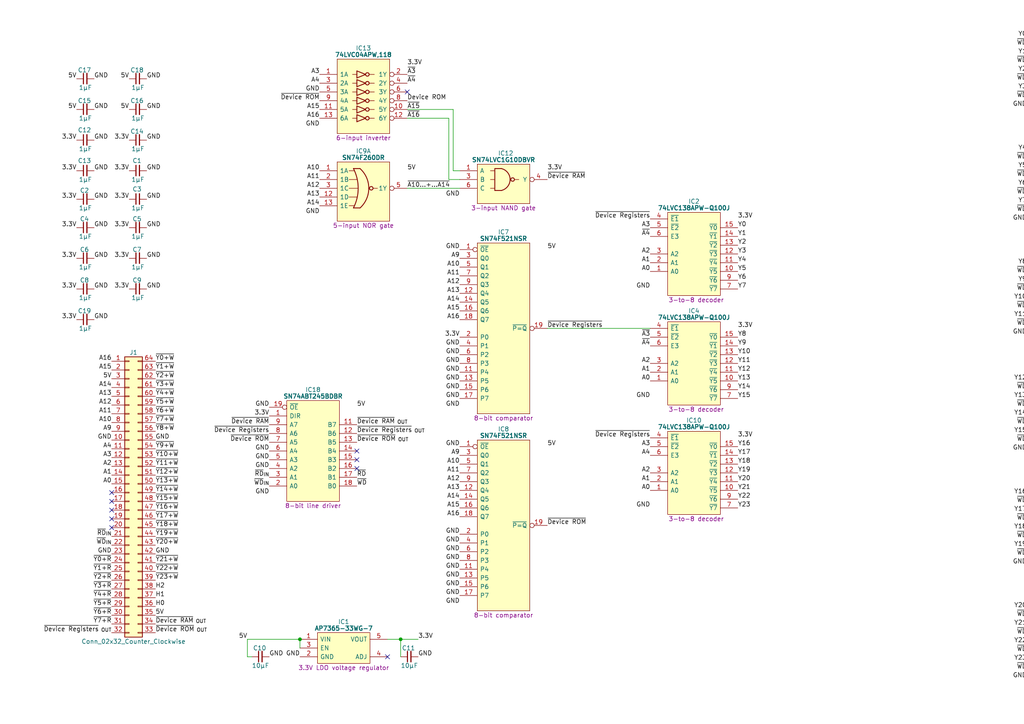
<source format=kicad_sch>
(kicad_sch (version 20230121) (generator eeschema)
  (paper "A4")
  (title_block (title "Device Address Decode") (date "2023-10-07") (rev "V0"))
  (lib_symbols
    (symbol "Connector_Generic:Conn_02x32_Counter_Clockwise" (pin_names (offset 1.016) hide)
      (property "Reference" "J" (at 1.27 40.64 0))
      (property "Value" "Conn_02x32_Counter_Clockwise" (at 1.27 -43.18 0))
      (symbol "Conn_02x32_Counter_Clockwise_1_1"
        (pin passive line (at -5.08 38.1 0) (length 3.81) (name "Pin_1") (number "1"))
        (pin passive line (at -5.08 15.24 0) (length 3.81) (name "Pin_10") (number "10"))
        (pin passive line (at -5.08 12.7 0) (length 3.81) (name "Pin_11") (number "11"))
        (pin passive line (at -5.08 10.16 0) (length 3.81) (name "Pin_12") (number "12"))
        (pin passive line (at -5.08 7.62 0) (length 3.81) (name "Pin_13") (number "13"))
        (pin passive line (at -5.08 5.08 0) (length 3.81) (name "Pin_14") (number "14"))
        (pin passive line (at -5.08 2.54 0) (length 3.81) (name "Pin_15") (number "15"))
        (pin passive line (at -5.08 0 0) (length 3.81) (name "Pin_16") (number "16"))
        (pin passive line (at -5.08 -2.54 0) (length 3.81) (name "Pin_17") (number "17"))
        (pin passive line (at -5.08 -5.08 0) (length 3.81) (name "Pin_18") (number "18"))
        (pin passive line (at -5.08 -7.62 0) (length 3.81) (name "Pin_19") (number "19"))
        (pin passive line (at -5.08 35.56 0) (length 3.81) (name "Pin_2") (number "2"))
        (pin passive line (at -5.08 -10.16 0) (length 3.81) (name "Pin_20") (number "20"))
        (pin passive line (at -5.08 -12.7 0) (length 3.81) (name "Pin_21") (number "21"))
        (pin passive line (at -5.08 -15.24 0) (length 3.81) (name "Pin_22") (number "22"))
        (pin passive line (at -5.08 -17.78 0) (length 3.81) (name "Pin_23") (number "23"))
        (pin passive line (at -5.08 -20.32 0) (length 3.81) (name "Pin_24") (number "24"))
        (pin passive line (at -5.08 -22.86 0) (length 3.81) (name "Pin_25") (number "25"))
        (pin passive line (at -5.08 -25.4 0) (length 3.81) (name "Pin_26") (number "26"))
        (pin passive line (at -5.08 -27.94 0) (length 3.81) (name "Pin_27") (number "27"))
        (pin passive line (at -5.08 -30.48 0) (length 3.81) (name "Pin_28") (number "28"))
        (pin passive line (at -5.08 -33.02 0) (length 3.81) (name "Pin_29") (number "29"))
        (pin passive line (at -5.08 33.02 0) (length 3.81) (name "Pin_3") (number "3"))
        (pin passive line (at -5.08 -35.56 0) (length 3.81) (name "Pin_30") (number "30"))
        (pin passive line (at -5.08 -38.1 0) (length 3.81) (name "Pin_31") (number "31"))
        (pin passive line (at -5.08 -40.64 0) (length 3.81) (name "Pin_32") (number "32"))
        (pin passive line (at 7.62 -40.64 180) (length 3.81) (name "Pin_33") (number "33"))
        (pin passive line (at 7.62 -38.1 180) (length 3.81) (name "Pin_34") (number "34"))
        (pin passive line (at 7.62 -35.56 180) (length 3.81) (name "Pin_35") (number "35"))
        (pin passive line (at 7.62 -33.02 180) (length 3.81) (name "Pin_36") (number "36"))
        (pin passive line (at 7.62 -30.48 180) (length 3.81) (name "Pin_37") (number "37"))
        (pin passive line (at 7.62 -27.94 180) (length 3.81) (name "Pin_38") (number "38"))
        (pin passive line (at 7.62 -25.4 180) (length 3.81) (name "Pin_39") (number "39"))
        (pin passive line (at -5.08 30.48 0) (length 3.81) (name "Pin_4") (number "4"))
        (pin passive line (at 7.62 -22.86 180) (length 3.81) (name "Pin_40") (number "40"))
        (pin passive line (at 7.62 -20.32 180) (length 3.81) (name "Pin_41") (number "41"))
        (pin passive line (at 7.62 -17.78 180) (length 3.81) (name "Pin_42") (number "42"))
        (pin passive line (at 7.62 -15.24 180) (length 3.81) (name "Pin_43") (number "43"))
        (pin passive line (at 7.62 -12.7 180) (length 3.81) (name "Pin_44") (number "44"))
        (pin passive line (at 7.62 -10.16 180) (length 3.81) (name "Pin_45") (number "45"))
        (pin passive line (at 7.62 -7.62 180) (length 3.81) (name "Pin_46") (number "46"))
        (pin passive line (at 7.62 -5.08 180) (length 3.81) (name "Pin_47") (number "47"))
        (pin passive line (at 7.62 -2.54 180) (length 3.81) (name "Pin_48") (number "48"))
        (pin passive line (at 7.62 0 180) (length 3.81) (name "Pin_49") (number "49"))
        (pin passive line (at -5.08 27.94 0) (length 3.81) (name "Pin_5") (number "5"))
        (pin passive line (at 7.62 2.54 180) (length 3.81) (name "Pin_50") (number "50"))
        (pin passive line (at 7.62 5.08 180) (length 3.81) (name "Pin_51") (number "51"))
        (pin passive line (at 7.62 7.62 180) (length 3.81) (name "Pin_52") (number "52"))
        (pin passive line (at 7.62 10.16 180) (length 3.81) (name "Pin_53") (number "53"))
        (pin passive line (at 7.62 12.7 180) (length 3.81) (name "Pin_54") (number "54"))
        (pin passive line (at 7.62 15.24 180) (length 3.81) (name "Pin_55") (number "55"))
        (pin passive line (at 7.62 17.78 180) (length 3.81) (name "Pin_56") (number "56"))
        (pin passive line (at 7.62 20.32 180) (length 3.81) (name "Pin_57") (number "57"))
        (pin passive line (at 7.62 22.86 180) (length 3.81) (name "Pin_58") (number "58"))
        (pin passive line (at 7.62 25.4 180) (length 3.81) (name "Pin_59") (number "59"))
        (pin passive line (at -5.08 25.4 0) (length 3.81) (name "Pin_6") (number "6"))
        (pin passive line (at 7.62 27.94 180) (length 3.81) (name "Pin_60") (number "60"))
        (pin passive line (at 7.62 30.48 180) (length 3.81) (name "Pin_61") (number "61"))
        (pin passive line (at 7.62 33.02 180) (length 3.81) (name "Pin_62") (number "62"))
        (pin passive line (at 7.62 35.56 180) (length 3.81) (name "Pin_63") (number "63"))
        (pin passive line (at 7.62 38.1 180) (length 3.81) (name "Pin_64") (number "64"))
        (pin passive line (at -5.08 22.86 0) (length 3.81) (name "Pin_7") (number "7"))
        (pin passive line (at -5.08 20.32 0) (length 3.81) (name "Pin_8") (number "8"))
        (pin passive line (at -5.08 17.78 0) (length 3.81) (name "Pin_9") (number "9"))
      )
    )
    (symbol "Device:NetTie_2" (pin_numbers hide) (pin_names (offset 0) hide) (in_bom no)
      (property "Reference" "NT" (at 0 1.27 0))
      (property "Value" "NetTie_2" (at 0 -1.27 0))
      (symbol "NetTie_2_1_1"
        (pin passive line (at -2.54 0 0) (length 2.54) (name "1") (number "1"))
        (pin passive line (at 2.54 0 180) (length 2.54) (name "2") (number "2"))
      )
    )
    (symbol "Diodes_Inc:AP7365-33WG-7" (pin_names (offset 0.762))
      (property "Reference" "IC" (at 12.7 5.08 0))
      (property "Value" "AP7365-33WG-7" (at 12.7 3.175 0))
      (property "Description" "3.3V LDO voltage regulator" (at 12.7 -8.255 0))
      (symbol "AP7365-33WG-7_0_0"
        (pin passive line (at 0 0 0) (length 5.08) (name "VIN") (number "1"))
        (pin passive line (at 0 -5.08 0) (length 5.08) (name "GND") (number "2"))
        (pin input line (at 0 -2.54 0) (length 5.08) (name "EN") (number "3"))
        (pin passive line (at 25.4 -5.08 180) (length 5.08) (name "ADJ") (number "4"))
        (pin passive line (at 25.4 0 180) (length 5.08) (name "VOUT") (number "5"))
      )
    )
    (symbol "HCP65:C_0805" (pin_numbers hide) (pin_names (offset 0.254) hide)
      (property "Reference" "C" (at 2.286 2.54 0))
      (property "Value" "?μF" (at 2.54 -2.54 0))
      (symbol "C_0805_1_1"
        (pin passive line (at 0 0 0) (length 2.032) (name "~") (number "1"))
        (pin passive line (at 5.08 0 180) (length 2.032) (name "~") (number "2"))
      )
    )
    (symbol "Nexperia:74LVC02APW,118" (pin_names (offset 0.762))
      (property "Reference" "IC" (at 12.7 6.35 0))
      (property "Value" "74LVC02APW,118" (at 12.7 4.445 0))
      (property "Description" "2-Input NOR gate" (at 12.7 -23.495 0))
      (symbol "74LVC02APW,118_0_0"
        (pin input line (at 0 0 0) (length 5.08) (name "1A") (number "1"))
        (pin input line (at 0 -12.7 0) (length 5.08) (name "3B") (number "10"))
        (pin output inverted (at 25.4 -16.51 180) (length 5.08) (name "4Y") (number "11"))
        (pin input line (at 0 -15.24 0) (length 5.08) (name "4A") (number "12"))
        (pin input line (at 0 -17.78 0) (length 5.08) (name "4B") (number "13"))
        (pin passive line (at 25.4 1.27 180) (length 5.08) hide (name "3V") (number "14"))
        (pin input line (at 0 -2.54 0) (length 5.08) (name "1B") (number "2"))
        (pin output inverted (at 25.4 -1.27 180) (length 5.08) (name "1Y") (number "3"))
        (pin input line (at 0 -5.08 0) (length 5.08) (name "2A") (number "4"))
        (pin input line (at 0 -7.62 0) (length 5.08) (name "2B") (number "5"))
        (pin output inverted (at 25.4 -6.35 180) (length 5.08) (name "2Y") (number "6"))
        (pin passive line (at 0 -20.32 0) (length 5.08) hide (name "GND") (number "7"))
        (pin output inverted (at 25.4 -11.43 180) (length 5.08) (name "3Y") (number "8"))
        (pin input line (at 0 -10.16 0) (length 5.08) (name "3A") (number "9"))
      )
    )
    (symbol "Nexperia:74LVC04APW,118" (pin_names (offset 0.762))
      (property "Reference" "IC" (at 12.7 7.62 0))
      (property "Value" "74LVC04APW,118" (at 12.7 5.715 0))
      (property "Description" "6-input inverter" (at 12.7 -18.415 0))
      (symbol "74LVC04APW,118_0_0"
        (pin input line (at 0 0 0) (length 5.08) (name "1A") (number "1"))
        (pin output inverted (at 25.4 -10.16 180) (length 5.08) (name "5Y") (number "10"))
        (pin input line (at 0 -10.16 0) (length 5.08) (name "5A") (number "11"))
        (pin output inverted (at 25.4 -12.7 180) (length 5.08) (name "6Y") (number "12"))
        (pin input line (at 0 -12.7 0) (length 5.08) (name "6A") (number "13"))
        (pin passive line (at 25.4 2.54 180) (length 5.08) hide (name "3V") (number "14"))
        (pin output inverted (at 25.4 0 180) (length 5.08) (name "1Y") (number "2"))
        (pin input line (at 0 -2.54 0) (length 5.08) (name "2A") (number "3"))
        (pin output inverted (at 25.4 -2.54 180) (length 5.08) (name "2Y") (number "4"))
        (pin input line (at 0 -5.08 0) (length 5.08) (name "3A") (number "5"))
        (pin output inverted (at 25.4 -5.08 180) (length 5.08) (name "3Y") (number "6"))
        (pin passive line (at 0 -15.24 0) (length 5.08) hide (name "GND") (number "7"))
        (pin output inverted (at 25.4 -7.62 180) (length 5.08) (name "4Y") (number "8"))
        (pin input line (at 0 -7.62 0) (length 5.08) (name "4A") (number "9"))
      )
    )
    (symbol "Nexperia:74LVC138APW-Q100J" (pin_names (offset 0.762))
      (property "Reference" "IC" (at 12.7 3.175 0))
      (property "Value" "74LVC138APW-Q100J" (at 12.7 1.27 0))
      (property "Description" "3-to-8 decoder" (at 13.335 -25.4 0))
      (symbol "74LVC138APW-Q100J_0_0"
        (pin input line (at 0 -17.145 0) (length 5.08) (name "A0") (number "1"))
        (pin output line (at 25.4 -17.145 180) (length 5.08) (name "~{Y5}") (number "10"))
        (pin output line (at 25.4 -14.605 180) (length 5.08) (name "~{Y4}") (number "11"))
        (pin output line (at 25.4 -12.065 180) (length 5.08) (name "~{Y3}") (number "12"))
        (pin output line (at 25.4 -9.525 180) (length 5.08) (name "~{Y2}") (number "13"))
        (pin output line (at 25.4 -6.985 180) (length 5.08) (name "~{Y1}") (number "14"))
        (pin output line (at 25.4 -4.445 180) (length 5.08) (name "~{Y0}") (number "15"))
        (pin passive line (at 25.4 -1.905 180) (length 5.08) hide (name "3V") (number "16"))
        (pin input line (at 0 -14.605 0) (length 5.08) (name "A1") (number "2"))
        (pin input line (at 0 -12.065 0) (length 5.08) (name "A2") (number "3"))
        (pin input line (at 0 -1.905 0) (length 5.08) (name "~{E1}") (number "4"))
        (pin input line (at 0 -4.445 0) (length 5.08) (name "~{E2}") (number "5"))
        (pin input line (at 0 -6.985 0) (length 5.08) (name "E3") (number "6"))
        (pin output line (at 25.4 -22.225 180) (length 5.08) (name "~{Y7}") (number "7"))
        (pin passive line (at 0 -22.225 0) (length 5.08) hide (name "GND") (number "8"))
        (pin output line (at 25.4 -19.685 180) (length 5.08) (name "~{Y6}") (number "9"))
      )
    )
    (symbol "Texas_Instruments:SN74ABT245BDBR" (pin_names (offset 0.762))
      (property "Reference" "IC" (at 12.7 5.08 0))
      (property "Value" "SN74ABT245BDBR" (at 12.7 3.175 0))
      (property "Description" "8-bit line driver" (at 12.7 -28.575 0))
      (symbol "SN74ABT245BDBR_0_0"
        (pin input line (at 0 -2.54 0) (length 5.08) (name "DIR") (number "1"))
        (pin passive line (at 0 -25.4 0) (length 5.08) hide (name "GND") (number "10"))
        (pin tri_state line (at 25.4 -5.08 180) (length 5.08) (name "B7") (number "11"))
        (pin tri_state line (at 25.4 -7.62 180) (length 5.08) (name "B6") (number "12"))
        (pin tri_state line (at 25.4 -10.16 180) (length 5.08) (name "B5") (number "13"))
        (pin tri_state line (at 25.4 -12.7 180) (length 5.08) (name "B4") (number "14"))
        (pin tri_state line (at 25.4 -15.24 180) (length 5.08) (name "B3") (number "15"))
        (pin tri_state line (at 25.4 -17.78 180) (length 5.08) (name "B2") (number "16"))
        (pin tri_state line (at 25.4 -20.32 180) (length 5.08) (name "B1") (number "17"))
        (pin tri_state line (at 25.4 -22.86 180) (length 5.08) (name "B0") (number "18"))
        (pin input inverted (at 0 0 0) (length 5.08) (name "~{OE}") (number "19"))
        (pin tri_state line (at 0 -22.86 0) (length 5.08) (name "A0") (number "2"))
        (pin passive line (at 25.4 0 180) (length 5.08) hide (name "5V") (number "20"))
        (pin tri_state line (at 0 -20.32 0) (length 5.08) (name "A1") (number "3"))
        (pin tri_state line (at 0 -17.78 0) (length 5.08) (name "A2") (number "4"))
        (pin tri_state line (at 0 -15.24 0) (length 5.08) (name "A3") (number "5"))
        (pin tri_state line (at 0 -12.7 0) (length 5.08) (name "A4") (number "6"))
        (pin tri_state line (at 0 -10.16 0) (length 5.08) (name "A5") (number "7"))
        (pin tri_state line (at 0 -7.62 0) (length 5.08) (name "A6") (number "8"))
        (pin tri_state line (at 0 -5.08 0) (length 5.08) (name "A7") (number "9"))
      )
    )
    (symbol "Texas_Instruments:SN74F260DR_Multi" (pin_names (offset 0.762))
      (property "Reference" "IC" (at 12.7 5.715 0))
      (property "Value" "SN74F260DR" (at 12.7 3.81 0))
      (property "Description" "5-input NOR gate" (at 12.7 -15.875 0))
      (symbol "SN74F260DR_Multi_0_0"
        (pin passive line (at 25.4 0 180) (length 5.08) hide (name "5V") (number "14"))
        (pin passive line (at 0 -12.7 0) (length 5.08) hide (name "GND") (number "7"))
      )
      (symbol "SN74F260DR_Multi_1_0"
        (pin input line (at 0 0 0) (length 5.08) (name "1A") (number "1"))
        (pin input line (at 0 -7.62 0) (length 5.08) (name "1D") (number "12"))
        (pin input line (at 0 -10.16 0) (length 5.08) (name "1E") (number "13"))
        (pin input line (at 0 -2.54 0) (length 5.08) (name "1B") (number "2"))
        (pin input line (at 0 -5.08 0) (length 5.08) (name "1C") (number "3"))
        (pin output inverted (at 25.4 -5.08 180) (length 5.08) (name "1Y") (number "5"))
      )
      (symbol "SN74F260DR_Multi_2_0"
        (pin input line (at 0 -7.62 0) (length 5.08) (name "2D") (number "10"))
        (pin input line (at 0 -10.16 0) (length 5.08) (name "2E") (number "11"))
        (pin input line (at 0 0 0) (length 5.08) (name "2A") (number "4"))
        (pin output inverted (at 25.4 -5.08 180) (length 5.08) (name "2Y") (number "6"))
        (pin input line (at 0 -2.54 0) (length 5.08) (name "2B") (number "8"))
        (pin input line (at 0 -5.08 0) (length 5.08) (name "2C") (number "9"))
      )
    )
    (symbol "Texas_Instruments:SN74F521NSR" (pin_names (offset 0.762))
      (property "Reference" "IC" (at 12.7 5.08 0))
      (property "Value" "SN74F521NSR" (at 12.7 3.175 0))
      (property "Description" "8-bit comparator" (at 12.7 -48.895 0))
      (symbol "SN74F521NSR_0_0"
        (pin input inverted (at 0 0 0) (length 5.08) (name "~{OE}") (number "1"))
        (pin input line (at 0 -35.56 0) (length 5.08) (name "P4") (number "11"))
        (pin input line (at 0 -12.7 0) (length 5.08) (name "Q4") (number "12"))
        (pin input line (at 0 -38.1 0) (length 5.08) (name "P5") (number "13"))
        (pin input line (at 0 -15.24 0) (length 5.08) (name "Q5") (number "14"))
        (pin input line (at 0 -40.64 0) (length 5.08) (name "P6") (number "15"))
        (pin input line (at 0 -17.78 0) (length 5.08) (name "Q6") (number "16"))
        (pin input line (at 0 -43.18 0) (length 5.08) (name "P7") (number "17"))
        (pin input line (at 0 -20.32 0) (length 5.08) (name "Q7") (number "18"))
        (pin output inverted (at 25.4 -22.86 180) (length 5.08) (name "~{P=Q}") (number "19"))
        (pin input line (at 0 -25.4 0) (length 5.08) (name "P0") (number "2"))
        (pin input line (at 0 -2.54 0) (length 5.08) (name "Q0") (number "3"))
        (pin input line (at 0 -27.94 0) (length 5.08) (name "P1") (number "4"))
        (pin input line (at 0 -5.08 0) (length 5.08) (name "Q1") (number "5"))
        (pin input line (at 0 -30.48 0) (length 5.08) (name "P2") (number "6"))
        (pin input line (at 0 -7.62 0) (length 5.08) (name "Q2") (number "7"))
        (pin input line (at 0 -33.02 0) (length 5.08) (name "P3") (number "8"))
        (pin input line (at 0 -10.16 0) (length 5.08) (name "Q3") (number "9"))
      )
      (symbol "SN74F521NSR_1_0"
        (pin passive line (at 0 -45.72 0) (length 5.08) hide (name "GND") (number "10"))
        (pin passive line (at 25.4 0 180) (length 5.08) hide (name "5V") (number "20"))
      )
    )
    (symbol "Texas_Instruments:SN74LVC1G10DBVR" (pin_names (offset 0.762))
      (property "Reference" "IC" (at 13.335 5.08 0))
      (property "Value" "SN74LVC1G10DBVR" (at 12.7 3.175 0))
      (property "Description" "3-input NAND gate" (at 12.7 -10.795 0))
      (symbol "SN74LVC1G10DBVR_0_0"
        (pin input line (at 0 0 0) (length 5.08) (name "A") (number "1"))
        (pin passive line (at 0 -7.62 0) (length 5.08) hide (name "GND") (number "2"))
        (pin input line (at 0 -2.54 0) (length 5.08) (name "B") (number "3"))
        (pin passive line (at 25.4 0 180) (length 5.08) hide (name "3V") (number "5"))
        (pin input line (at 0 -5.08 0) (length 5.08) (name "C") (number "6"))
      )
      (symbol "SN74LVC1G10DBVR_1_0"
        (pin input inverted (at 25.4 -2.54 180) (length 5.08) (name "Y") (number "4"))
      )
    )
  )
  (junction (at 86.995 185.42))
  (junction (at 116.205 185.42))
  (no_connect (at 118.11 26.67))
  (no_connect (at 103.505 130.81))
  (no_connect (at 32.385 153.035))
  (no_connect (at 103.505 133.35))
  (no_connect (at 112.395 190.5))
  (no_connect (at 32.385 150.495))
  (no_connect (at 32.385 142.875))
  (no_connect (at 32.385 147.955))
  (no_connect (at 103.505 135.89))
  (no_connect (at 32.385 145.415))
  (no_connect (at 142.875 243.84))
  (wire (pts (xy 116.205 190.5) (xy 116.205 185.42)))
  (wire (pts (xy 118.11 54.61) (xy 133.35 54.61)))
  (wire (pts (xy 71.755 185.42) (xy 86.995 185.42)))
  (wire (pts (xy 86.995 185.42) (xy 86.995 187.96)))
  (wire (pts (xy 130.175 52.07) (xy 133.35 52.07)))
  (wire (pts (xy 131.445 49.53) (xy 131.445 31.75)))
  (wire (pts (xy 118.11 34.29) (xy 130.175 34.29)))
  (wire (pts (xy 130.175 34.29) (xy 130.175 52.07)))
  (wire (pts (xy 112.395 185.42) (xy 116.205 185.42)))
  (wire (pts (xy 158.75 95.25) (xy 188.595 95.25)))
  (wire (pts (xy 71.755 185.42) (xy 71.755 190.5)))
  (wire (pts (xy 131.445 31.75) (xy 118.11 31.75)))
  (wire (pts (xy 133.35 49.53) (xy 131.445 49.53)))
  (wire (pts (xy 71.755 190.5) (xy 73.025 190.5)))
  (wire (pts (xy 116.205 185.42) (xy 121.285 185.42)))
  (label "3.3V" (at 37.465 40.64 180))
  (label "3.3V" (at 213.995 95.25 0))
  (label "~{WD}" (at 297.815 123.19 180))
  (label "Y22" (at 297.815 186.69 180))
  (label "~{WD}" (at 297.815 128.27 180))
  (label "Y22" (at 213.995 144.78 0))
  (label "A3" (at 92.71 21.59 180))
  (label "GND" (at 92.71 26.67 180))
  (label "Y7" (at 213.995 83.82 0))
  (label "GND" (at 42.545 49.53 0))
  (label "A2" (at 32.385 135.255 180))
  (label "~{WD}" (at 297.815 51.435 180))
  (label "GND" (at 188.595 115.57 180))
  (label "~{Y1+W}" (at 45.085 107.315 0))
  (label "GND" (at 92.71 36.83 180))
  (label "~{Y16+W}" (at 323.215 144.78 0))
  (label "~{Y3+R}" (at 363.855 27.305 0))
  (label "Y13" (at 213.995 110.49 0))
  (label "GND" (at -10.795 227.965 180))
  (label "~{RD}" (at 338.455 23.495 180))
  (label "GND" (at 117.475 251.46 180))
  (label "~{Device ROM}" (at 158.75 152.4 0))
  (label "~{Y5+W}" (at 45.085 117.475 0))
  (label "A12" (at 133.35 82.55 180))
  (label "GND" (at 27.305 74.93 0))
  (label "~{Y0+W}" (at 323.215 12.065 0))
  (label "5V" (at 142.875 238.76 0))
  (label "Y0" (at 297.815 10.795 180))
  (label "Y10" (at 297.815 86.995 180))
  (label "~{RD}" (at 338.455 46.355 180))
  (label "3.3V" (at 37.465 57.785 180))
  (label "~{Y16+W}" (at 45.085 147.955 0))
  (label "GND" (at 78.105 118.11 180))
  (label "~{WD}_{IN}" (at 32.385 158.115 180))
  (label "~{Y0+W}" (at 45.085 104.775 0))
  (label "~{WD}" (at 297.815 18.415 180))
  (label "A1" (at 188.595 139.7 180))
  (label "A9" (at 133.35 132.08 180))
  (label "~{A3}" (at 118.11 21.59 0))
  (label "A16" (at 133.35 149.86 180))
  (label "A3" (at 32.385 132.715 180))
  (label "GND" (at 133.35 110.49 180))
  (label "GND" (at 117.475 248.92 180))
  (label "3.3V" (at 213.995 63.5 0))
  (label "~{A4}" (at 188.595 100.33 180))
  (label "GND" (at 133.35 72.39 180))
  (label "GND" (at 297.815 163.83 180))
  (label "Y21" (at 213.995 142.24 0))
  (label "~{Device ROM}" (at 92.71 29.21 180))
  (label "5V" (at 103.505 118.11 0))
  (label "~{Y0+R}" (at 363.855 12.065 0))
  (label "~{Y17+W}" (at 45.085 150.495 0))
  (label "~{WD}" (at 297.815 94.615 180))
  (label "~{Device RAM}" (at 158.75 52.07 0))
  (label "~{Device RAM}_{ OUT}" (at 45.085 180.975 0))
  (label "Y2" (at 213.995 71.12 0))
  (label "A16" (at 92.71 34.29 180))
  (label "GND" (at 121.285 190.5 0))
  (label "~{Device RAM}_{ OUT}" (at 103.505 123.19 0))
  (label "GND" (at 42.545 22.86 0))
  (label "~{WD}" (at 297.815 194.31 180))
  (label "Y13" (at 297.815 115.57 180))
  (label "GND" (at 133.35 107.95 180))
  (label "A4" (at 32.385 130.175 180))
  (label "3.3V" (at 158.75 49.53 0))
  (label "Y5" (at 338.455 48.895 180))
  (label "~{RD}" (at 338.455 28.575 180))
  (label "A14" (at 133.35 144.78 180))
  (label "~{Device ROM}" (at 78.105 128.27 180))
  (label "Y19" (at 297.815 158.75 180))
  (label "~{Y1+R}" (at 32.385 165.735 180))
  (label "GND" (at 297.815 130.81 180))
  (label "~{Y20+W}" (at 45.085 158.115 0))
  (label "3.3V" (at 323.215 75.565 0))
  (label "GND" (at 42.545 40.64 0))
  (label "Y15" (at 297.815 125.73 180))
  (label "Y6" (at 338.455 53.975 180))
  (label "GND" (at 117.475 246.38 180))
  (label "3.3V" (at 22.225 83.82 180))
  (label "3.3V" (at 323.215 42.545 0))
  (label "~{WD}" (at 297.815 61.595 180))
  (label "~{RD}" (at 338.455 61.595 180))
  (label "~{Y4+R}" (at 363.855 45.085 0))
  (label "A13" (at 133.35 85.09 180))
  (label "Y14" (at 213.995 113.03 0))
  (label "~{Y8+W}" (at 45.085 125.095 0))
  (label "~{Device Registers}" (at 188.595 127 180))
  (label "Y4" (at 213.995 76.2 0))
  (label "A10" (at 133.35 134.62 180))
  (label "A13" (at 92.71 57.15 180))
  (label "3.3V" (at 22.225 66.04 180))
  (label "~{Device RAM}" (at 78.105 123.19 180))
  (label "~{WD}" (at 297.815 118.11 180))
  (label "Y3" (at 213.995 73.66 0))
  (label "~{A4}" (at 188.595 68.58 180))
  (label "H0" (at -5.715 219.075 0))
  (label "~{WD}" (at 297.815 146.05 180))
  (label "GND" (at 297.815 31.115 180))
  (label "Y10" (at 213.995 102.87 0))
  (label "5V" (at 158.75 129.54 0))
  (label "~{Y13+W}" (at 45.085 140.335 0))
  (label "GND" (at 133.35 105.41 180))
  (label "A2" (at 188.595 73.66 180))
  (label "~{Y4+W}" (at 323.215 45.085 0))
  (label "A4" (at 92.71 24.13 180))
  (label "~{Y2+R}" (at 363.855 22.225 0))
  (label "A13" (at 32.385 114.935 180))
  (label "Y4" (at 338.455 43.815 180))
  (label "GND" (at 78.105 190.5 0))
  (label "A0" (at 32.385 140.335 180))
  (label "5V" (at 71.755 185.42 180))
  (label "3.3V" (at 323.215 175.26 0))
  (label "~{WD}" (at 297.815 113.03 180))
  (label "~{RD}" (at 103.505 138.43 0))
  (label "~{Y7+R}" (at 363.855 60.325 0))
  (label "GND" (at 133.35 170.18 180))
  (label "GND" (at 133.35 167.64 180))
  (label "~{Device Registers}" (at 78.105 125.73 180))
  (label "Y20" (at 297.815 176.53 180))
  (label "~{Y9+W}" (at 323.215 83.185 0))
  (label "A15" (at 92.71 31.75 180))
  (label "~{Y19+W}" (at 323.215 160.02 0))
  (label "~{Y21+W}" (at 323.215 182.88 0))
  (label "~{Y21+W}" (at 45.085 163.195 0))
  (label "~{A16}" (at 118.11 34.29 0))
  (label "A16" (at 133.35 92.71 180))
  (label "3.3V" (at 118.11 19.05 0))
  (label "~{Y18+W}" (at 323.215 154.94 0))
  (label "Y4" (at 297.815 43.815 180))
  (label "Y6" (at 213.995 81.28 0))
  (label "Y12" (at 213.995 107.95 0))
  (label "~{Y6+R}" (at 32.385 178.435 180))
  (label "Device ROM" (at 118.11 29.21 0))
  (label "GND" (at 42.545 83.82 0))
  (label "GND" (at 27.305 92.71 0))
  (label "~{Y3+W}" (at 323.215 27.305 0))
  (label "Y5" (at 213.995 78.74 0))
  (label "Y20" (at 213.995 139.7 0))
  (label "~{Y3+R}" (at 32.385 170.815 180))
  (label "3.3V" (at 22.225 74.93 180))
  (label "A11" (at 92.71 52.07 180))
  (label "~{WD}" (at 297.815 13.335 180))
  (label "GND" (at 86.995 190.5 180))
  (label "GND" (at 338.455 64.135 180))
  (label "3.3V" (at 22.225 57.785 180))
  (label "GND" (at 92.71 62.23 180))
  (label "A1" (at 32.385 137.795 180))
  (label "~{Y6+W}" (at 45.085 120.015 0))
  (label "Y16" (at 213.995 129.54 0))
  (label "~{WD}" (at 297.815 89.535 180))
  (label "GND" (at 27.305 83.82 0))
  (label "~{RD}" (at 338.455 18.415 180))
  (label "Y23" (at 297.815 191.77 180))
  (label "GND" (at 42.545 66.04 0))
  (label "GND" (at 27.305 40.64 0))
  (label "3.3V" (at 323.215 142.24 0))
  (label "Y23" (at 213.995 147.32 0))
  (label "GND" (at 45.085 160.655 0))
  (label "GND" (at 78.105 133.35 180))
  (label "Device ROM" (at -10.795 223.52 180))
  (label "Y19" (at 213.995 137.16 0))
  (label "~{WD}" (at 297.815 184.15 180))
  (label "~{Y2+W}" (at 45.085 109.855 0))
  (label "~{Device Registers}_{ OUT}" (at 32.385 183.515 180))
  (label "5V" (at 32.385 109.855 180))
  (label "~{Y6+W}" (at 323.215 55.245 0))
  (label "~{WD}" (at 297.815 23.495 180))
  (label "GND" (at 78.105 135.89 180))
  (label "~{WD}" (at 297.815 28.575 180))
  (label "GND" (at 117.475 238.76 180))
  (label "~{Y12+W}" (at 45.085 137.795 0))
  (label "GND" (at 27.305 49.53 0))
  (label "GND" (at 338.455 31.115 180))
  (label "~{A3}" (at 188.595 97.79 180))
  (label "A2" (at 188.595 105.41 180))
  (label "~{RD}_{IN}" (at 32.385 155.575 180))
  (label "GND" (at 133.35 113.03 180))
  (label "GND" (at 27.305 22.86 0))
  (label "~{Device ROM}_{ OUT}" (at 45.085 183.515 0))
  (label "GND" (at 133.35 160.02 180))
  (label "5V" (at 22.225 22.86 180))
  (label "A10" (at 133.35 77.47 180))
  (label "A0" (at 188.595 110.49 180))
  (label "~{Y22+W}" (at 45.085 165.735 0))
  (label "~{WD}" (at 297.815 84.455 180))
  (label "GND" (at 45.085 127.635 0))
  (label "~{Y7+R}" (at 32.385 180.975 180))
  (label "Y9" (at 297.815 81.915 180))
  (label "~{Y7+W}" (at 323.215 60.325 0))
  (label "3.3V" (at 363.855 9.525 0))
  (label "Y2" (at 297.815 20.955 180))
  (label "~{A4}" (at 118.11 24.13 0))
  (label "GND" (at 117.475 241.3 180))
  (label "GND" (at 117.475 243.84 180))
  (label "~{Device Registers}_{ OUT}" (at 103.505 125.73 0))
  (label "~{Device ROM}_{ OUT}" (at 103.505 128.27 0))
  (label "~{Y3+W}" (at 45.085 112.395 0))
  (label "A1" (at 188.595 76.2 180))
  (label "A12" (at 133.35 139.7 180))
  (label "~{WD}" (at 103.505 140.97 0))
  (label "A11" (at 32.385 120.015 180))
  (label "A9" (at 32.385 125.095 180))
  (label "A15" (at 32.385 107.315 180))
  (label "5V" (at 37.465 22.86 180))
  (label "A13" (at 133.35 142.24 180))
  (label "~{Y5+R}" (at 363.855 50.165 0))
  (label "A14" (at 92.71 59.69 180))
  (label "~{Y5+R}" (at 32.385 175.895 180))
  (label "3.3V" (at 37.465 83.82 180))
  (label "~{Y14+W}" (at 323.215 121.92 0))
  (label "GND" (at 133.35 175.26 180))
  (label "~{Y8+W}" (at 323.215 78.105 0))
  (label "GND" (at 133.35 157.48 180))
  (label "GND" (at 297.815 97.155 180))
  (label "5V" (at 118.11 49.53 0))
  (label "A14" (at 32.385 112.395 180))
  (label "~{Y6+R}" (at 363.855 55.245 0))
  (label "A2" (at 188.595 137.16 180))
  (label "3.3V" (at 363.855 42.545 0))
  (label "~{RD}_{IN}" (at 78.105 138.43 180))
  (label "3.3V" (at 37.465 66.04 180))
  (label "A12" (at 32.385 117.475 180))
  (label "Y11" (at 297.815 92.075 180))
  (label "~{WD}" (at 297.815 156.21 180))
  (label "Y0" (at 213.995 66.04 0))
  (label "A4" (at 188.595 132.08 180))
  (label "5V" (at 158.75 72.39 0))
  (label "H2" (at 45.085 170.815 0))
  (label "Y16" (at 297.815 143.51 180))
  (label "3.3V" (at 323.215 9.525 0))
  (label "3.3V" (at 323.215 109.22 0))
  (label "GND" (at 78.105 143.51 180))
  (label "GND" (at 133.35 172.72 180))
  (label "~{Y10+W}" (at 323.215 88.265 0))
  (label "GND" (at 133.35 57.15 180))
  (label "GND" (at 32.385 160.655 180))
  (label "H0" (at 45.085 175.895 0))
  (label "GND" (at 133.35 100.33 180))
  (label "~{WD}" (at 297.815 79.375 180))
  (label "Y15" (at 213.995 115.57 0))
  (label "A3" (at 188.595 66.04 180))
  (label "3.3V" (at -10.795 219.075 180))
  (label "Y7" (at 297.815 59.055 180))
  (label "3.3V" (at 37.465 49.53 180))
  (label "~{Y20+W}" (at 323.215 177.8 0))
  (label "3.3V" (at 22.225 40.64 180))
  (label "~{WD}" (at 297.815 161.29 180))
  (label "A10" (at 32.385 122.555 180))
  (label "~{Y1+W}" (at 323.215 17.145 0))
  (label "Y2" (at 338.455 20.955 180))
  (label "3.3V" (at 121.285 185.42 0))
  (label "~{Device Registers}" (at 158.75 95.25 0))
  (label "A11" (at 133.35 80.01 180))
  (label "A15" (at 133.35 90.17 180))
  (label "~{Y12+W}" (at 323.215 111.76 0))
  (label "~{Y1+R}" (at 363.855 17.145 0))
  (label "A11" (at 133.35 137.16 180))
  (label "~{Y13+W}" (at 323.215 116.84 0))
  (label "3.3V" (at 22.225 49.53 180))
  (label "3.3V" (at 37.465 74.93 180))
  (label "GND" (at 133.35 154.94 180))
  (label "GND" (at 32.385 127.635 180))
  (label "~{RD}" (at 338.455 56.515 180))
  (label "Y5" (at 297.815 48.895 180))
  (label "~{Y7+W}" (at 45.085 122.555 0))
  (label "5V" (at 45.085 178.435 0))
  (label "~{Y15+W}" (at 323.215 127 0))
  (label "GND" (at 27.305 66.04 0))
  (label "A10" (at 92.71 49.53 180))
  (label "~{RD}" (at 338.455 51.435 180))
  (label "GND" (at 188.595 83.82 180))
  (label "GND" (at 133.35 162.56 180))
  (label "~{Device Registers}" (at 188.595 63.5 180))
  (label "A0" (at 188.595 78.74 180))
  (label "3.3V" (at 22.225 92.71 180))
  (label "Y18" (at 213.995 134.62 0))
  (label "~{A15}" (at 118.11 31.75 0))
  (label "GND" (at 297.815 64.135 180))
  (label "~{Y19+W}" (at 45.085 155.575 0))
  (label "A14" (at 133.35 87.63 180))
  (label "~{Y2+W}" (at 323.215 22.225 0))
  (label "GND" (at 27.305 31.75 0))
  (label "3.3V" (at 213.995 127 0))
  (label "Y11" (at 213.995 105.41 0))
  (label "GND" (at 42.545 31.75 0))
  (label "3.3V" (at 78.105 120.65 180))
  (label "GND" (at 133.35 129.54 180))
  (label "~{Y5+W}" (at 323.215 50.165 0))
  (label "GND" (at 133.35 102.87 180))
  (label "Y1" (at 213.995 68.58 0))
  (label "~{Y15+W}" (at 45.085 145.415 0))
  (label "GND" (at 42.545 74.93 0))
  (label "~{Y14+W}" (at 45.085 142.875 0))
  (label "Y8" (at 297.815 76.835 180))
  (label "H2" (at -5.715 227.965 0))
  (label "~{Y4+R}" (at 32.385 173.355 180))
  (label "GND" (at 297.815 196.85 180))
  (label "GND" (at 133.35 165.1 180))
  (label "~{A10...+...A14}" (at 118.11 54.61 0))
  (label "Y6" (at 297.815 53.975 180))
  (label "GND" (at 78.105 130.81 180))
  (label "~{WD}_{IN}" (at 78.105 140.97 180))
  (label "5V" (at 37.465 31.75 180))
  (label "A16" (at 32.385 104.775 180))
  (label "3.3V" (at 133.35 97.79 180))
  (label "H1" (at 45.085 173.355 0))
  (label "Y12" (at 297.815 110.49 180))
  (label "GND" (at 188.595 147.32 180))
  (label "Y1" (at 338.455 15.875 180))
  (label "Y21" (at 297.815 181.61 180))
  (label "GND" (at 133.35 118.11 180))
  (label "Y8" (at 213.995 97.79 0))
  (label "~{Y2+R}" (at 32.385 168.275 180))
  (label "~{WD}" (at 297.815 46.355 180))
  (label "5V" (at 22.225 31.75 180))
  (label "Y18" (at 297.815 153.67 180))
  (label "A12" (at 92.71 54.61 180))
  (label "A3" (at 188.595 129.54 180))
  (label "~{Y22+W}" (at 323.215 187.96 0))
  (label "~{Y17+W}" (at 323.215 149.86 0))
  (label "Y14" (at 297.815 120.65 180))
  (label "Y9" (at 213.995 100.33 0))
  (label "~{Y11+W}" (at 45.085 135.255 0))
  (label "A9" (at 133.35 74.93 180))
  (label "H1" (at -5.715 223.52 0))
  (label "Y17" (at 297.815 148.59 180))
  (label "~{WD}" (at 297.815 189.23 180))
  (label "Y17" (at 213.995 132.08 0))
  (label "~{Y0+R}" (at 32.385 163.195 180))
  (label "Y0" (at 338.455 10.795 180))
  (label "~{Y23+W}" (at 323.215 193.04 0))
  (label "GND" (at 133.35 115.57 180))
  (label "~{WD}" (at 297.815 151.13 180))
  (label "~{Y18+W}" (at 45.085 153.035 0))
  (label "~{WD}" (at 297.815 179.07 180))
  (label "~{RD}" (at 338.455 13.335 180))
  (label "A0" (at 188.595 142.24 180))
  (label "GND" (at 42.545 57.785 0))
  (label "A15" (at 133.35 147.32 180))
  (label "~{Y4+W}" (at 45.085 114.935 0))
  (label "~{Y11+W}" (at 323.215 93.345 0))
  (label "A1" (at 188.595 107.95 180))
  (label "Y7" (at 338.455 59.055 180))
  (label "Y1" (at 297.815 15.875 180))
  (label "~{Y23+W}" (at 45.085 168.275 0))
  (label "Y3" (at 297.815 26.035 180))
  (label "GND" (at 27.305 57.785 0))
  (label "~{Y9+W}" (at 45.085 130.175 0))
  (label "~{Y10+W}" (at 45.085 132.715 0))
  (label "Y3" (at 338.455 26.035 180))
  (label "~{WD}" (at 297.815 56.515 180))
  (symbol (lib_id "Texas_Instruments:SN74F260DR_Multi") (at 92.71 49.53 0) (unit 1)
    (property "Reference" "IC9" (at 105.41 43.815 0))
    (property "Value" "SN74F260DR" (at 105.41 45.72 0) (effects (font bold)))
    (property "Footprint" "SOIC127P600X175-14N" (effects hide))
    (property "Datasheet" "http://www.ti.com/lit/gpn/sn74f260" (effects hide))
    (property "Description" "5-input NOR gate" (at 105.41 65.405 0))
    (property "Height" "1.75" (effects hide))
    (property "Manufacturer_Name" "Texas Instruments" (effects hide))
    (property "Manufacturer_Part_Number" "SN74F260DR" (effects hide))
    (property "Mouser Part Number" "595-SN74F260DR" (effects hide))
    (property "Mouser Price/Stock" "https://www.mouser.co.uk/ProductDetail/Texas-Instruments/SN74F260DR/?qs=mE33ZKBHyE5zqwy%252BVxgoBQ%3D%3D" (effects hide))
    (property "Silkscreen" "74F260" (effects hide))
  )
  (symbol (lib_id "Device:NetTie_2") (at -8.255 227.965 0) (unit 1) (in_bom no)
    (property "Reference" "NT3" (at -8.255 226.695 0))
    (property "Value" "NetTie_2" (at -8.255 229.235 0))
    (property "Footprint" "NetTie:NetTie-2_SMD_Pad0.5mm" (effects hide))
  )
  (symbol (lib_id "HCP65:C_0805") (at 22.225 74.93 0) (unit 1)
    (property "Reference" "C6" (at 24.511 72.39 0))
    (property "Value" "1μF" (at 24.765 77.47 0))
    (property "Footprint" "SamacSys_Parts:C_0805" (effects hide))
  )
  (symbol (lib_id "Texas_Instruments:SN74F260DR_Multi") (at 117.475 238.76 0) (unit 2)
    (property "Reference" "IC9" (at 130.175 233.045 0))
    (property "Value" "SN74F260DR" (at 130.175 234.95 0) (effects (font bold)))
    (property "Footprint" "SOIC127P600X175-14N" (effects hide))
    (property "Datasheet" "http://www.ti.com/lit/gpn/sn74f260" (effects hide))
    (property "Description" "5-input NOR gate" (at 130.175 254.635 0))
    (property "Height" "1.75" (effects hide))
    (property "Manufacturer_Name" "Texas Instruments" (effects hide))
    (property "Manufacturer_Part_Number" "SN74F260DR" (effects hide))
    (property "Mouser Part Number" "595-SN74F260DR" (effects hide))
    (property "Mouser Price/Stock" "https://www.mouser.co.uk/ProductDetail/Texas-Instruments/SN74F260DR/?qs=mE33ZKBHyE5zqwy%252BVxgoBQ%3D%3D" (effects hide))
    (property "Silkscreen" "74F260" (effects hide))
  )
  (symbol (lib_id "Nexperia:74LVC02APW,118") (at 297.815 76.835 0) (unit 1)
    (property "Reference" "IC6" (at 310.515 70.485 0))
    (property "Value" "74LVC02APW,118" (at 310.515 72.39 0) (effects (font bold)))
    (property "Footprint" "SOP65P640X110-14N" (effects hide))
    (property "Datasheet" "https://assets.nexperia.com/documents/data-sheet/74LVC02A.pdf" (effects hide))
    (property "Description" "2-Input NOR gate" (at 310.515 100.33 0))
    (property "Height" "1.1" (effects hide))
    (property "Mouser Part Number" "771-74LVC02APW-T" (effects hide))
    (property "Mouser Price/Stock" "https://www.mouser.co.uk/ProductDetail/Nexperia/74LVC02APW118?qs=me8TqzrmIYX6VnwIC2vA2w%3D%3D" (effects hide))
    (property "Manufacturer_Name" "Nexperia" (effects hide))
    (property "Manufacturer_Part_Number" "74LVC02APW,118" (effects hide))
    (property "Silkscreen" "74LVC02APW" (effects hide))
  )
  (symbol (lib_id "Nexperia:74LVC02APW,118") (at 297.815 43.815 0) (unit 1)
    (property "Reference" "IC5" (at 310.515 37.465 0))
    (property "Value" "74LVC02APW,118" (at 310.515 39.37 0) (effects (font bold)))
    (property "Footprint" "SOP65P640X110-14N" (effects hide))
    (property "Datasheet" "https://assets.nexperia.com/documents/data-sheet/74LVC02A.pdf" (effects hide))
    (property "Description" "2-Input NOR gate" (at 310.515 67.31 0))
    (property "Height" "1.1" (effects hide))
    (property "Mouser Part Number" "771-74LVC02APW-T" (effects hide))
    (property "Mouser Price/Stock" "https://www.mouser.co.uk/ProductDetail/Nexperia/74LVC02APW118?qs=me8TqzrmIYX6VnwIC2vA2w%3D%3D" (effects hide))
    (property "Manufacturer_Name" "Nexperia" (effects hide))
    (property "Manufacturer_Part_Number" "74LVC02APW,118" (effects hide))
    (property "Silkscreen" "74LVC02APW" (effects hide))
  )
  (symbol (lib_id "HCP65:C_0805") (at 37.465 40.64 0) (unit 1)
    (property "Reference" "C14" (at 39.751 38.1 0))
    (property "Value" "1μF" (at 40.005 43.18 0))
    (property "Footprint" "SamacSys_Parts:C_0805" (effects hide))
  )
  (symbol (lib_id "HCP65:C_0805") (at 37.465 22.86 0) (unit 1)
    (property "Reference" "C18" (at 39.751 20.32 0))
    (property "Value" "1μF" (at 40.005 25.4 0))
    (property "Footprint" "SamacSys_Parts:C_0805" (effects hide))
  )
  (symbol (lib_id "Nexperia:74LVC02APW,118") (at 338.455 43.815 0) (unit 1)
    (property "Reference" "IC17" (at 351.155 37.465 0))
    (property "Value" "74LVC02APW,118" (at 351.155 39.37 0) (effects (font bold)))
    (property "Footprint" "SOP65P640X110-14N" (effects hide))
    (property "Datasheet" "https://assets.nexperia.com/documents/data-sheet/74LVC02A.pdf" (effects hide))
    (property "Description" "2-Input NOR gate" (at 351.155 67.31 0))
    (property "Height" "1.1" (effects hide))
    (property "Mouser Part Number" "771-74LVC02APW-T" (effects hide))
    (property "Mouser Price/Stock" "https://www.mouser.co.uk/ProductDetail/Nexperia/74LVC02APW118?qs=me8TqzrmIYX6VnwIC2vA2w%3D%3D" (effects hide))
    (property "Manufacturer_Name" "Nexperia" (effects hide))
    (property "Manufacturer_Part_Number" "74LVC02APW,118" (effects hide))
    (property "Silkscreen" "74LVC02APW" (effects hide))
  )
  (symbol (lib_id "HCP65:C_0805") (at 37.465 83.82 0) (unit 1)
    (property "Reference" "C9" (at 39.751 81.28 0))
    (property "Value" "1μF" (at 40.005 86.36 0))
    (property "Footprint" "SamacSys_Parts:C_0805" (effects hide))
  )
  (symbol (lib_id "Nexperia:74LVC02APW,118") (at 297.815 110.49 0) (unit 1)
    (property "Reference" "IC11" (at 310.515 104.14 0))
    (property "Value" "74LVC02APW,118" (at 310.515 106.045 0) (effects (font bold)))
    (property "Footprint" "SOP65P640X110-14N" (effects hide))
    (property "Datasheet" "https://assets.nexperia.com/documents/data-sheet/74LVC02A.pdf" (effects hide))
    (property "Description" "2-Input NOR gate" (at 310.515 133.985 0))
    (property "Height" "1.1" (effects hide))
    (property "Mouser Part Number" "771-74LVC02APW-T" (effects hide))
    (property "Mouser Price/Stock" "https://www.mouser.co.uk/ProductDetail/Nexperia/74LVC02APW118?qs=me8TqzrmIYX6VnwIC2vA2w%3D%3D" (effects hide))
    (property "Manufacturer_Name" "Nexperia" (effects hide))
    (property "Manufacturer_Part_Number" "74LVC02APW,118" (effects hide))
    (property "Silkscreen" "74LVC02APW" (effects hide))
  )
  (symbol (lib_id "HCP65:C_0805") (at 22.225 31.75 0) (unit 1)
    (property "Reference" "C15" (at 24.511 29.21 0))
    (property "Value" "1μF" (at 24.765 34.29 0))
    (property "Footprint" "SamacSys_Parts:C_0805" (effects hide))
  )
  (symbol (lib_id "HCP65:C_0805") (at 22.225 40.64 0) (unit 1)
    (property "Reference" "C12" (at 24.511 37.719 0))
    (property "Value" "1μF" (at 24.765 43.18 0))
    (property "Footprint" "SamacSys_Parts:C_0805" (effects hide))
  )
  (symbol (lib_id "Nexperia:74LVC02APW,118") (at 338.455 10.795 0) (unit 1)
    (property "Reference" "IC16" (at 351.155 4.445 0))
    (property "Value" "74LVC02APW,118" (at 351.155 6.35 0) (effects (font bold)))
    (property "Footprint" "SOP65P640X110-14N" (effects hide))
    (property "Datasheet" "https://assets.nexperia.com/documents/data-sheet/74LVC02A.pdf" (effects hide))
    (property "Description" "2-Input NOR gate" (at 351.155 34.29 0))
    (property "Height" "1.1" (effects hide))
    (property "Mouser Part Number" "771-74LVC02APW-T" (effects hide))
    (property "Mouser Price/Stock" "https://www.mouser.co.uk/ProductDetail/Nexperia/74LVC02APW118?qs=me8TqzrmIYX6VnwIC2vA2w%3D%3D" (effects hide))
    (property "Manufacturer_Name" "Nexperia" (effects hide))
    (property "Manufacturer_Part_Number" "74LVC02APW,118" (effects hide))
    (property "Silkscreen" "74LVC02APW" (effects hide))
  )
  (symbol (lib_id "HCP65:C_0805") (at 22.225 49.53 0) (unit 1)
    (property "Reference" "C13" (at 24.511 46.609 0))
    (property "Value" "1μF" (at 24.765 52.07 0))
    (property "Footprint" "SamacSys_Parts:C_0805" (effects hide))
  )
  (symbol (lib_id "Device:NetTie_2") (at -8.255 223.52 0) (unit 1) (in_bom no)
    (property "Reference" "NT2" (at -8.255 222.25 0))
    (property "Value" "NetTie_2" (at -8.255 224.79 0))
    (property "Footprint" "NetTie:NetTie-2_SMD_Pad0.5mm" (effects hide))
  )
  (symbol (lib_id "Nexperia:74LVC138APW-Q100J") (at 188.595 61.595 0) (unit 1)
    (property "Reference" "IC2" (at 201.295 58.42 0))
    (property "Value" "74LVC138APW-Q100J" (at 201.295 60.325 0) (effects (font bold)))
    (property "Footprint" "SOP65P640X110-16N" (effects hide))
    (property "Datasheet" "https://assets.nexperia.com/documents/data-sheet/74LVC138A_Q100.pdf" (effects hide))
    (property "Description" "3-to-8 decoder" (at 201.93 86.995 0))
    (property "Height" "1.1" (effects hide))
    (property "Mouser Part Number" "771-74LVC138APWQ100J" (effects hide))
    (property "Mouser Price/Stock" "https://www.mouser.co.uk/ProductDetail/Nexperia/74LVC138APW-Q100J?qs=fi7yB2oewZnXKE82xo%252BhJQ%3D%3D" (effects hide))
    (property "Manufacturer_Name" "Nexperia" (effects hide))
    (property "Manufacturer_Part_Number" "74LVC138APW-Q100J" (effects hide))
    (property "Silkscreen" "74LVC138" (effects hide))
  )
  (symbol (lib_id "HCP65:C_0805") (at 37.465 49.53 0) (unit 1)
    (property "Reference" "C1" (at 39.751 46.609 0))
    (property "Value" "1μF" (at 40.005 52.07 0))
    (property "Footprint" "SamacSys_Parts:C_0805" (effects hide))
  )
  (symbol (lib_id "HCP65:C_0805") (at 37.465 57.785 0) (unit 1)
    (property "Reference" "C3" (at 39.751 54.864 0))
    (property "Value" "1μF" (at 40.005 60.325 0))
    (property "Footprint" "SamacSys_Parts:C_0805" (effects hide))
  )
  (symbol (lib_id "HCP65:C_0805") (at 73.025 190.5 0) (unit 1)
    (property "Reference" "C10" (at 75.311 187.96 0))
    (property "Value" "10µF" (at 73.025 193.04 0) (effects (justify left)))
    (property "Footprint" "SamacSys_Parts:C_0805" (effects hide))
  )
  (symbol (lib_id "HCP65:C_0805") (at 22.225 57.785 0) (unit 1)
    (property "Reference" "C2" (at 24.511 55.245 0))
    (property "Value" "1μF" (at 24.765 60.325 0))
    (property "Footprint" "SamacSys_Parts:C_0805" (effects hide))
  )
  (symbol (lib_id "Nexperia:74LVC138APW-Q100J") (at 188.595 93.345 0) (unit 1)
    (property "Reference" "IC4" (at 201.295 90.17 0))
    (property "Value" "74LVC138APW-Q100J" (at 201.295 92.075 0) (effects (font bold)))
    (property "Footprint" "SOP65P640X110-16N" (effects hide))
    (property "Datasheet" "https://assets.nexperia.com/documents/data-sheet/74LVC138A_Q100.pdf" (effects hide))
    (property "Description" "3-to-8 decoder" (at 201.93 118.745 0))
    (property "Height" "1.1" (effects hide))
    (property "Mouser Part Number" "771-74LVC138APWQ100J" (effects hide))
    (property "Mouser Price/Stock" "https://www.mouser.co.uk/ProductDetail/Nexperia/74LVC138APW-Q100J?qs=fi7yB2oewZnXKE82xo%252BhJQ%3D%3D" (effects hide))
    (property "Manufacturer_Name" "Nexperia" (effects hide))
    (property "Manufacturer_Part_Number" "74LVC138APW-Q100J" (effects hide))
    (property "Silkscreen" "74LVC138" (effects hide))
  )
  (symbol (lib_id "HCP65:C_0805") (at 22.225 22.86 0) (unit 1)
    (property "Reference" "C17" (at 24.511 20.32 0))
    (property "Value" "1μF" (at 24.765 25.4 0))
    (property "Footprint" "SamacSys_Parts:C_0805" (effects hide))
  )
  (symbol (lib_id "Nexperia:74LVC04APW,118") (at 92.71 21.59 0) (unit 1)
    (property "Reference" "IC13" (at 105.41 13.97 0))
    (property "Value" "74LVC04APW,118" (at 105.41 15.875 0) (effects (font bold)))
    (property "Footprint" "SOP65P640X110-14N" (effects hide))
    (property "Datasheet" "https://assets.nexperia.com/documents/data-sheet/74LVC04A.pdf" (effects hide))
    (property "Description" "6-input inverter" (at 105.41 40.005 0))
    (property "Height" "1.1" (effects hide))
    (property "Manufacturer_Name" "Nexperia" (effects hide))
    (property "Manufacturer_Part_Number" "74LVC04APW,118" (effects hide))
    (property "Mouser Part Number" "771-74LVC04APW-T" (effects hide))
    (property "Mouser Price/Stock" "https://www.mouser.co.uk/ProductDetail/Nexperia/74LVC04APW118?qs=me8TqzrmIYUA5zXidd9%2F4g%3D%3D" (effects hide))
    (property "Silkscreen" "74LVC04APW" (effects hide))
  )
  (symbol (lib_id "HCP65:C_0805") (at 37.465 31.75 0) (unit 1)
    (property "Reference" "C16" (at 39.751 29.21 0))
    (property "Value" "1μF" (at 40.005 34.29 0))
    (property "Footprint" "SamacSys_Parts:C_0805" (effects hide))
  )
  (symbol (lib_id "Texas_Instruments:SN74F521NSR") (at 133.35 72.39 0) (unit 1)
    (property "Reference" "IC7" (at 146.05 67.31 0))
    (property "Value" "SN74F521NSR" (at 146.05 69.215 0) (effects (font bold)))
    (property "Footprint" "SOIC127P780X200-20N" (effects hide))
    (property "Datasheet" "http://www.ti.com/lit/gpn/sn74f521" (effects hide))
    (property "Description" "8-bit comparator" (at 146.05 121.285 0))
    (property "Height" "2" (effects hide))
    (property "Mouser Part Number" "595-SN74F521NSR" (effects hide))
    (property "Mouser Price/Stock" "https://www.mouser.co.uk/ProductDetail/Texas-Instruments/SN74F521NSR?qs=mE33ZKBHyE6KJhInhzfN1g%3D%3D" (effects hide))
    (property "Manufacturer_Name" "Texas Instruments" (effects hide))
    (property "Manufacturer_Part_Number" "SN74F521NSR" (effects hide))
    (property "Silkscreen" "74F521" (effects hide))
  )
  (symbol (lib_id "Diodes_Inc:AP7365-33WG-7") (at 86.995 185.42 0) (unit 1)
    (property "Reference" "IC1" (at 99.695 180.34 0))
    (property "Value" "AP7365-33WG-7" (at 99.695 182.245 0) (effects (font bold)))
    (property "Footprint" "SOT95P285X130-5N" (effects hide))
    (property "Datasheet" "https://componentsearchengine.com/Datasheets/1/AP7365-33WG-7.pdf" (effects hide))
    (property "Description" "3.3V LDO voltage regulator" (at 99.695 193.675 0))
    (property "Height" "1.3" (effects hide))
    (property "Manufacturer_Name" "Diodes Inc." (effects hide))
    (property "Manufacturer_Part_Number" "AP7365-33WG-7" (effects hide))
    (property "Mouser Part Number" "621-AP7365-33WG-7" (effects hide))
    (property "Mouser Price/Stock" "https://www.mouser.co.uk/ProductDetail/Diodes-Incorporated/AP7365-33WG-7?qs=abZ1nkZpTuOZFvxvoFPL0w%3D%3D" (effects hide))
    (property "Arrow Part Number" "AP7365-33WG-7" (effects hide))
    (property "Arrow Price/Stock" "https://www.arrow.com/en/products/ap7365-33wg-7/diodes-incorporated?region=nac" (effects hide))
    (property "Silkscreen" "AP7365" (effects hide))
  )
  (symbol (lib_id "HCP65:C_0805") (at 37.465 74.93 0) (unit 1)
    (property "Reference" "C7" (at 39.751 72.39 0))
    (property "Value" "1μF" (at 40.005 77.47 0))
    (property "Footprint" "SamacSys_Parts:C_0805" (effects hide))
  )
  (symbol (lib_id "Nexperia:74LVC02APW,118") (at 297.815 143.51 0) (unit 1)
    (property "Reference" "IC14" (at 310.515 137.16 0))
    (property "Value" "74LVC02APW,118" (at 310.515 139.065 0) (effects (font bold)))
    (property "Footprint" "SOP65P640X110-14N" (effects hide))
    (property "Datasheet" "https://assets.nexperia.com/documents/data-sheet/74LVC02A.pdf" (effects hide))
    (property "Description" "2-Input NOR gate" (at 310.515 167.005 0))
    (property "Height" "1.1" (effects hide))
    (property "Mouser Part Number" "771-74LVC02APW-T" (effects hide))
    (property "Mouser Price/Stock" "https://www.mouser.co.uk/ProductDetail/Nexperia/74LVC02APW118?qs=me8TqzrmIYX6VnwIC2vA2w%3D%3D" (effects hide))
    (property "Manufacturer_Name" "Nexperia" (effects hide))
    (property "Manufacturer_Part_Number" "74LVC02APW,118" (effects hide))
    (property "Silkscreen" "74LVC02APW" (effects hide))
  )
  (symbol (lib_id "Nexperia:74LVC02APW,118") (at 297.815 10.795 0) (unit 1)
    (property "Reference" "IC3" (at 310.515 4.445 0))
    (property "Value" "74LVC02APW,118" (at 310.515 6.35 0) (effects (font bold)))
    (property "Footprint" "SOP65P640X110-14N" (effects hide))
    (property "Datasheet" "https://assets.nexperia.com/documents/data-sheet/74LVC02A.pdf" (effects hide))
    (property "Description" "2-Input NOR gate" (at 310.515 34.29 0))
    (property "Height" "1.1" (effects hide))
    (property "Mouser Part Number" "771-74LVC02APW-T" (effects hide))
    (property "Mouser Price/Stock" "https://www.mouser.co.uk/ProductDetail/Nexperia/74LVC02APW118?qs=me8TqzrmIYX6VnwIC2vA2w%3D%3D" (effects hide))
    (property "Manufacturer_Name" "Nexperia" (effects hide))
    (property "Manufacturer_Part_Number" "74LVC02APW,118" (effects hide))
    (property "Silkscreen" "74LVC02APW" (effects hide))
  )
  (symbol (lib_id "HCP65:C_0805") (at 116.205 190.5 0) (unit 1)
    (property "Reference" "C11" (at 118.491 187.96 0))
    (property "Value" "10µF" (at 116.205 193.04 0) (effects (justify left)))
    (property "Footprint" "SamacSys_Parts:C_0805" (effects hide))
  )
  (symbol (lib_id "Connector_Generic:Conn_02x32_Counter_Clockwise") (at 37.465 142.875 0) (unit 1)
    (property "Reference" "J1" (at 38.735 102.235 0))
    (property "Value" "Conn_02x32_Counter_Clockwise" (at 38.735 186.055 0))
    (property "Footprint" "SamacSys_Parts:DIP-64_Board_W22.86mm" (effects hide))
  )
  (symbol (lib_id "HCP65:C_0805") (at 37.465 66.04 0) (unit 1)
    (property "Reference" "C5" (at 39.751 63.5 0))
    (property "Value" "1μF" (at 40.005 68.58 0))
    (property "Footprint" "SamacSys_Parts:C_0805" (effects hide))
  )
  (symbol (lib_id "HCP65:C_0805") (at 22.225 92.71 0) (unit 1)
    (property "Reference" "C19" (at 24.511 90.17 0))
    (property "Value" "1μF" (at 24.765 95.25 0))
    (property "Footprint" "SamacSys_Parts:C_0805" (effects hide))
  )
  (symbol (lib_id "Nexperia:74LVC02APW,118") (at 297.815 176.53 0) (unit 1)
    (property "Reference" "IC15" (at 310.515 170.18 0))
    (property "Value" "74LVC02APW,118" (at 310.515 172.085 0) (effects (font bold)))
    (property "Footprint" "SOP65P640X110-14N" (effects hide))
    (property "Datasheet" "https://assets.nexperia.com/documents/data-sheet/74LVC02A.pdf" (effects hide))
    (property "Description" "2-Input NOR gate" (at 310.515 200.025 0))
    (property "Height" "1.1" (effects hide))
    (property "Mouser Part Number" "771-74LVC02APW-T" (effects hide))
    (property "Mouser Price/Stock" "https://www.mouser.co.uk/ProductDetail/Nexperia/74LVC02APW118?qs=me8TqzrmIYX6VnwIC2vA2w%3D%3D" (effects hide))
    (property "Manufacturer_Name" "Nexperia" (effects hide))
    (property "Manufacturer_Part_Number" "74LVC02APW,118" (effects hide))
    (property "Silkscreen" "74LVC02APW" (effects hide))
  )
  (symbol (lib_id "HCP65:C_0805") (at 22.225 66.04 0) (unit 1)
    (property "Reference" "C4" (at 24.511 63.5 0))
    (property "Value" "1μF" (at 24.765 68.58 0))
    (property "Footprint" "SamacSys_Parts:C_0805" (effects hide))
  )
  (symbol (lib_id "Texas_Instruments:SN74ABT245BDBR") (at 78.105 118.11 0) (unit 1)
    (property "Reference" "IC18" (at 90.805 113.03 0))
    (property "Value" "SN74ABT245BDBR" (at 90.805 114.935 0) (effects (font bold)))
    (property "Footprint" "SOP65P780X200-20N" (effects hide))
    (property "Datasheet" "http://www.ti.com/lit/gpn/sn74abt245b" (effects hide))
    (property "Description" "8-bit line driver" (at 90.805 146.685 0))
    (property "Height" "2" (effects hide))
    (property "Manufacturer_Name" "Texas Instruments" (effects hide))
    (property "Manufacturer_Part_Number" "SN74ABT245BDBR" (effects hide))
    (property "Mouser Part Number" "595-SN74ABT245BDBR" (effects hide))
    (property "Mouser Price/Stock" "https://www.mouser.co.uk/ProductDetail/Texas-Instruments/SN74ABT245BDBR?qs=5nGYs9Do7G0kvriH65mtcg%3D%3D" (effects hide))
    (property "Silkscreen" "74ABT245" (effects hide))
  )
  (symbol (lib_id "HCP65:C_0805") (at 22.225 83.82 0) (unit 1)
    (property "Reference" "C8" (at 24.511 81.28 0))
    (property "Value" "1μF" (at 24.765 86.36 0))
    (property "Footprint" "SamacSys_Parts:C_0805" (effects hide))
  )
  (symbol (lib_id "Nexperia:74LVC138APW-Q100J") (at 188.595 125.095 0) (unit 1)
    (property "Reference" "IC10" (at 201.295 121.92 0))
    (property "Value" "74LVC138APW-Q100J" (at 201.295 123.825 0) (effects (font bold)))
    (property "Footprint" "SOP65P640X110-16N" (effects hide))
    (property "Datasheet" "https://assets.nexperia.com/documents/data-sheet/74LVC138A_Q100.pdf" (effects hide))
    (property "Description" "3-to-8 decoder" (at 201.93 150.495 0))
    (property "Height" "1.1" (effects hide))
    (property "Mouser Part Number" "771-74LVC138APWQ100J" (effects hide))
    (property "Mouser Price/Stock" "https://www.mouser.co.uk/ProductDetail/Nexperia/74LVC138APW-Q100J?qs=fi7yB2oewZnXKE82xo%252BhJQ%3D%3D" (effects hide))
    (property "Manufacturer_Name" "Nexperia" (effects hide))
    (property "Manufacturer_Part_Number" "74LVC138APW-Q100J" (effects hide))
    (property "Silkscreen" "74LVC138" (effects hide))
  )
  (symbol (lib_id "Texas_Instruments:SN74LVC1G10DBVR") (at 133.35 49.53 0) (unit 1)
    (property "Reference" "IC12" (at 146.685 44.45 0))
    (property "Value" "SN74LVC1G10DBVR" (at 146.05 46.355 0) (effects (font bold)))
    (property "Footprint" "SOT95P280X145-6N" (effects hide))
    (property "Datasheet" "http://www.ti.com/lit/gpn/sn74lvc1g10" (effects hide))
    (property "Description" "3-input NAND gate" (at 146.05 60.325 0))
    (property "Height" "1.45" (effects hide))
    (property "Manufacturer_Name" "Texas Instruments" (effects hide))
    (property "Manufacturer_Part_Number" "SN74LVC1G10DBVR" (effects hide))
    (property "Mouser Part Number" "595-SN74LVC1G10DBVR" (effects hide))
    (property "Mouser Price/Stock" "https://www.mouser.co.uk/ProductDetail/Texas-Instruments/SN74LVC1G10DBVR?qs=nqigI8dpoHKQvDIrcr4f6g%3D%3D" (effects hide))
    (property "Silkscreen" "74LVC1G10" (effects hide))
  )
  (symbol (lib_id "Device:NetTie_2") (at -8.255 219.075 0) (unit 1) (in_bom no)
    (property "Reference" "NT1" (at -8.255 217.805 0))
    (property "Value" "NetTie_2" (at -8.255 220.345 0))
    (property "Footprint" "NetTie:NetTie-2_SMD_Pad0.5mm" (effects hide))
  )
  (symbol (lib_id "Texas_Instruments:SN74F521NSR") (at 133.35 129.54 0) (unit 1)
    (property "Reference" "IC8" (at 146.05 124.46 0))
    (property "Value" "SN74F521NSR" (at 146.05 126.365 0) (effects (font bold)))
    (property "Footprint" "SOIC127P780X200-20N" (effects hide))
    (property "Datasheet" "http://www.ti.com/lit/gpn/sn74f521" (effects hide))
    (property "Description" "8-bit comparator" (at 146.05 178.435 0))
    (property "Height" "2" (effects hide))
    (property "Mouser Part Number" "595-SN74F521NSR" (effects hide))
    (property "Mouser Price/Stock" "https://www.mouser.co.uk/ProductDetail/Texas-Instruments/SN74F521NSR?qs=mE33ZKBHyE6KJhInhzfN1g%3D%3D" (effects hide))
    (property "Manufacturer_Name" "Texas Instruments" (effects hide))
    (property "Manufacturer_Part_Number" "SN74F521NSR" (effects hide))
    (property "Silkscreen" "74F521" (effects hide))
  )
)
</source>
